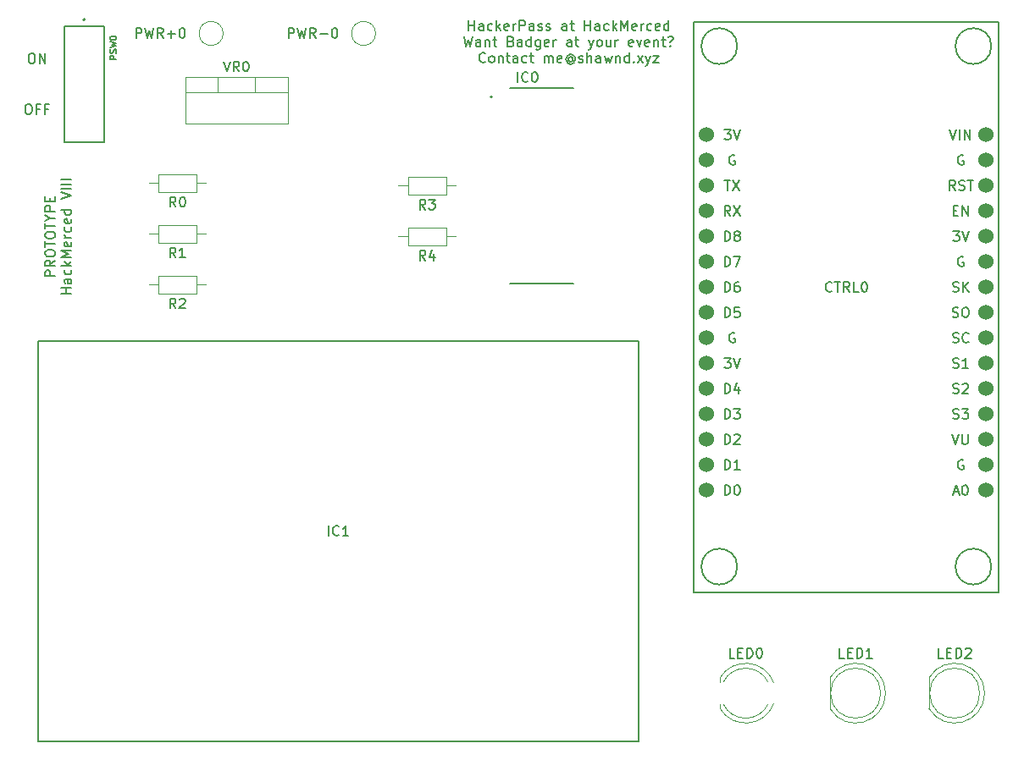
<source format=gbr>
%TF.GenerationSoftware,KiCad,Pcbnew,(6.0.11)*%
%TF.CreationDate,2023-02-17T23:10:17-08:00*%
%TF.ProjectId,badger,62616467-6572-42e6-9b69-6361645f7063,Original*%
%TF.SameCoordinates,Original*%
%TF.FileFunction,Legend,Top*%
%TF.FilePolarity,Positive*%
%FSLAX46Y46*%
G04 Gerber Fmt 4.6, Leading zero omitted, Abs format (unit mm)*
G04 Created by KiCad (PCBNEW (6.0.11)) date 2023-02-17 23:10:17*
%MOMM*%
%LPD*%
G01*
G04 APERTURE LIST*
%ADD10C,0.150000*%
%ADD11C,0.120000*%
%ADD12C,0.127000*%
%ADD13C,0.200000*%
%ADD14C,1.524000*%
G04 APERTURE END LIST*
D10*
X121348571Y-68032380D02*
X121539047Y-68032380D01*
X121634285Y-68080000D01*
X121729523Y-68175238D01*
X121777142Y-68365714D01*
X121777142Y-68699047D01*
X121729523Y-68889523D01*
X121634285Y-68984761D01*
X121539047Y-69032380D01*
X121348571Y-69032380D01*
X121253333Y-68984761D01*
X121158095Y-68889523D01*
X121110476Y-68699047D01*
X121110476Y-68365714D01*
X121158095Y-68175238D01*
X121253333Y-68080000D01*
X121348571Y-68032380D01*
X122539047Y-68508571D02*
X122205714Y-68508571D01*
X122205714Y-69032380D02*
X122205714Y-68032380D01*
X122681904Y-68032380D01*
X123396190Y-68508571D02*
X123062857Y-68508571D01*
X123062857Y-69032380D02*
X123062857Y-68032380D01*
X123539047Y-68032380D01*
X124107380Y-85232380D02*
X123107380Y-85232380D01*
X123107380Y-84851428D01*
X123155000Y-84756190D01*
X123202619Y-84708571D01*
X123297857Y-84660952D01*
X123440714Y-84660952D01*
X123535952Y-84708571D01*
X123583571Y-84756190D01*
X123631190Y-84851428D01*
X123631190Y-85232380D01*
X124107380Y-83660952D02*
X123631190Y-83994285D01*
X124107380Y-84232380D02*
X123107380Y-84232380D01*
X123107380Y-83851428D01*
X123155000Y-83756190D01*
X123202619Y-83708571D01*
X123297857Y-83660952D01*
X123440714Y-83660952D01*
X123535952Y-83708571D01*
X123583571Y-83756190D01*
X123631190Y-83851428D01*
X123631190Y-84232380D01*
X123107380Y-83041904D02*
X123107380Y-82851428D01*
X123155000Y-82756190D01*
X123250238Y-82660952D01*
X123440714Y-82613333D01*
X123774047Y-82613333D01*
X123964523Y-82660952D01*
X124059761Y-82756190D01*
X124107380Y-82851428D01*
X124107380Y-83041904D01*
X124059761Y-83137142D01*
X123964523Y-83232380D01*
X123774047Y-83280000D01*
X123440714Y-83280000D01*
X123250238Y-83232380D01*
X123155000Y-83137142D01*
X123107380Y-83041904D01*
X123107380Y-82327619D02*
X123107380Y-81756190D01*
X124107380Y-82041904D02*
X123107380Y-82041904D01*
X123107380Y-81232380D02*
X123107380Y-81041904D01*
X123155000Y-80946666D01*
X123250238Y-80851428D01*
X123440714Y-80803809D01*
X123774047Y-80803809D01*
X123964523Y-80851428D01*
X124059761Y-80946666D01*
X124107380Y-81041904D01*
X124107380Y-81232380D01*
X124059761Y-81327619D01*
X123964523Y-81422857D01*
X123774047Y-81470476D01*
X123440714Y-81470476D01*
X123250238Y-81422857D01*
X123155000Y-81327619D01*
X123107380Y-81232380D01*
X123107380Y-80518095D02*
X123107380Y-79946666D01*
X124107380Y-80232380D02*
X123107380Y-80232380D01*
X123631190Y-79422857D02*
X124107380Y-79422857D01*
X123107380Y-79756190D02*
X123631190Y-79422857D01*
X123107380Y-79089523D01*
X124107380Y-78756190D02*
X123107380Y-78756190D01*
X123107380Y-78375238D01*
X123155000Y-78280000D01*
X123202619Y-78232380D01*
X123297857Y-78184761D01*
X123440714Y-78184761D01*
X123535952Y-78232380D01*
X123583571Y-78280000D01*
X123631190Y-78375238D01*
X123631190Y-78756190D01*
X123583571Y-77756190D02*
X123583571Y-77422857D01*
X124107380Y-77280000D02*
X124107380Y-77756190D01*
X123107380Y-77756190D01*
X123107380Y-77280000D01*
X125717380Y-86994285D02*
X124717380Y-86994285D01*
X125193571Y-86994285D02*
X125193571Y-86422857D01*
X125717380Y-86422857D02*
X124717380Y-86422857D01*
X125717380Y-85518095D02*
X125193571Y-85518095D01*
X125098333Y-85565714D01*
X125050714Y-85660952D01*
X125050714Y-85851428D01*
X125098333Y-85946666D01*
X125669761Y-85518095D02*
X125717380Y-85613333D01*
X125717380Y-85851428D01*
X125669761Y-85946666D01*
X125574523Y-85994285D01*
X125479285Y-85994285D01*
X125384047Y-85946666D01*
X125336428Y-85851428D01*
X125336428Y-85613333D01*
X125288809Y-85518095D01*
X125669761Y-84613333D02*
X125717380Y-84708571D01*
X125717380Y-84899047D01*
X125669761Y-84994285D01*
X125622142Y-85041904D01*
X125526904Y-85089523D01*
X125241190Y-85089523D01*
X125145952Y-85041904D01*
X125098333Y-84994285D01*
X125050714Y-84899047D01*
X125050714Y-84708571D01*
X125098333Y-84613333D01*
X125717380Y-84184761D02*
X124717380Y-84184761D01*
X125336428Y-84089523D02*
X125717380Y-83803809D01*
X125050714Y-83803809D02*
X125431666Y-84184761D01*
X125717380Y-83375238D02*
X124717380Y-83375238D01*
X125431666Y-83041904D01*
X124717380Y-82708571D01*
X125717380Y-82708571D01*
X125669761Y-81851428D02*
X125717380Y-81946666D01*
X125717380Y-82137142D01*
X125669761Y-82232380D01*
X125574523Y-82280000D01*
X125193571Y-82280000D01*
X125098333Y-82232380D01*
X125050714Y-82137142D01*
X125050714Y-81946666D01*
X125098333Y-81851428D01*
X125193571Y-81803809D01*
X125288809Y-81803809D01*
X125384047Y-82280000D01*
X125717380Y-81375238D02*
X125050714Y-81375238D01*
X125241190Y-81375238D02*
X125145952Y-81327619D01*
X125098333Y-81280000D01*
X125050714Y-81184761D01*
X125050714Y-81089523D01*
X125669761Y-80327619D02*
X125717380Y-80422857D01*
X125717380Y-80613333D01*
X125669761Y-80708571D01*
X125622142Y-80756190D01*
X125526904Y-80803809D01*
X125241190Y-80803809D01*
X125145952Y-80756190D01*
X125098333Y-80708571D01*
X125050714Y-80613333D01*
X125050714Y-80422857D01*
X125098333Y-80327619D01*
X125669761Y-79518095D02*
X125717380Y-79613333D01*
X125717380Y-79803809D01*
X125669761Y-79899047D01*
X125574523Y-79946666D01*
X125193571Y-79946666D01*
X125098333Y-79899047D01*
X125050714Y-79803809D01*
X125050714Y-79613333D01*
X125098333Y-79518095D01*
X125193571Y-79470476D01*
X125288809Y-79470476D01*
X125384047Y-79946666D01*
X125717380Y-78613333D02*
X124717380Y-78613333D01*
X125669761Y-78613333D02*
X125717380Y-78708571D01*
X125717380Y-78899047D01*
X125669761Y-78994285D01*
X125622142Y-79041904D01*
X125526904Y-79089523D01*
X125241190Y-79089523D01*
X125145952Y-79041904D01*
X125098333Y-78994285D01*
X125050714Y-78899047D01*
X125050714Y-78708571D01*
X125098333Y-78613333D01*
X124717380Y-77518095D02*
X125717380Y-77184761D01*
X124717380Y-76851428D01*
X125717380Y-76518095D02*
X124717380Y-76518095D01*
X125717380Y-76041904D02*
X124717380Y-76041904D01*
X125717380Y-75565714D02*
X124717380Y-75565714D01*
X165437684Y-60659485D02*
X165437684Y-59659485D01*
X165437684Y-60135676D02*
X166009112Y-60135676D01*
X166009112Y-60659485D02*
X166009112Y-59659485D01*
X166913874Y-60659485D02*
X166913874Y-60135676D01*
X166866255Y-60040438D01*
X166771017Y-59992819D01*
X166580541Y-59992819D01*
X166485303Y-60040438D01*
X166913874Y-60611866D02*
X166818636Y-60659485D01*
X166580541Y-60659485D01*
X166485303Y-60611866D01*
X166437684Y-60516628D01*
X166437684Y-60421390D01*
X166485303Y-60326152D01*
X166580541Y-60278533D01*
X166818636Y-60278533D01*
X166913874Y-60230914D01*
X167818636Y-60611866D02*
X167723398Y-60659485D01*
X167532922Y-60659485D01*
X167437684Y-60611866D01*
X167390064Y-60564247D01*
X167342445Y-60469009D01*
X167342445Y-60183295D01*
X167390064Y-60088057D01*
X167437684Y-60040438D01*
X167532922Y-59992819D01*
X167723398Y-59992819D01*
X167818636Y-60040438D01*
X168247207Y-60659485D02*
X168247207Y-59659485D01*
X168342445Y-60278533D02*
X168628160Y-60659485D01*
X168628160Y-59992819D02*
X168247207Y-60373771D01*
X169437684Y-60611866D02*
X169342445Y-60659485D01*
X169151969Y-60659485D01*
X169056731Y-60611866D01*
X169009112Y-60516628D01*
X169009112Y-60135676D01*
X169056731Y-60040438D01*
X169151969Y-59992819D01*
X169342445Y-59992819D01*
X169437684Y-60040438D01*
X169485303Y-60135676D01*
X169485303Y-60230914D01*
X169009112Y-60326152D01*
X169913874Y-60659485D02*
X169913874Y-59992819D01*
X169913874Y-60183295D02*
X169961493Y-60088057D01*
X170009112Y-60040438D01*
X170104350Y-59992819D01*
X170199588Y-59992819D01*
X170532922Y-60659485D02*
X170532922Y-59659485D01*
X170913874Y-59659485D01*
X171009112Y-59707105D01*
X171056731Y-59754724D01*
X171104350Y-59849962D01*
X171104350Y-59992819D01*
X171056731Y-60088057D01*
X171009112Y-60135676D01*
X170913874Y-60183295D01*
X170532922Y-60183295D01*
X171961493Y-60659485D02*
X171961493Y-60135676D01*
X171913874Y-60040438D01*
X171818636Y-59992819D01*
X171628160Y-59992819D01*
X171532922Y-60040438D01*
X171961493Y-60611866D02*
X171866255Y-60659485D01*
X171628160Y-60659485D01*
X171532922Y-60611866D01*
X171485303Y-60516628D01*
X171485303Y-60421390D01*
X171532922Y-60326152D01*
X171628160Y-60278533D01*
X171866255Y-60278533D01*
X171961493Y-60230914D01*
X172390064Y-60611866D02*
X172485303Y-60659485D01*
X172675779Y-60659485D01*
X172771017Y-60611866D01*
X172818636Y-60516628D01*
X172818636Y-60469009D01*
X172771017Y-60373771D01*
X172675779Y-60326152D01*
X172532922Y-60326152D01*
X172437684Y-60278533D01*
X172390064Y-60183295D01*
X172390064Y-60135676D01*
X172437684Y-60040438D01*
X172532922Y-59992819D01*
X172675779Y-59992819D01*
X172771017Y-60040438D01*
X173199588Y-60611866D02*
X173294826Y-60659485D01*
X173485303Y-60659485D01*
X173580541Y-60611866D01*
X173628160Y-60516628D01*
X173628160Y-60469009D01*
X173580541Y-60373771D01*
X173485303Y-60326152D01*
X173342445Y-60326152D01*
X173247207Y-60278533D01*
X173199588Y-60183295D01*
X173199588Y-60135676D01*
X173247207Y-60040438D01*
X173342445Y-59992819D01*
X173485303Y-59992819D01*
X173580541Y-60040438D01*
X175247207Y-60659485D02*
X175247207Y-60135676D01*
X175199588Y-60040438D01*
X175104350Y-59992819D01*
X174913874Y-59992819D01*
X174818636Y-60040438D01*
X175247207Y-60611866D02*
X175151969Y-60659485D01*
X174913874Y-60659485D01*
X174818636Y-60611866D01*
X174771017Y-60516628D01*
X174771017Y-60421390D01*
X174818636Y-60326152D01*
X174913874Y-60278533D01*
X175151969Y-60278533D01*
X175247207Y-60230914D01*
X175580541Y-59992819D02*
X175961493Y-59992819D01*
X175723398Y-59659485D02*
X175723398Y-60516628D01*
X175771017Y-60611866D01*
X175866255Y-60659485D01*
X175961493Y-60659485D01*
X177056731Y-60659485D02*
X177056731Y-59659485D01*
X177056731Y-60135676D02*
X177628160Y-60135676D01*
X177628160Y-60659485D02*
X177628160Y-59659485D01*
X178532922Y-60659485D02*
X178532922Y-60135676D01*
X178485303Y-60040438D01*
X178390064Y-59992819D01*
X178199588Y-59992819D01*
X178104350Y-60040438D01*
X178532922Y-60611866D02*
X178437684Y-60659485D01*
X178199588Y-60659485D01*
X178104350Y-60611866D01*
X178056731Y-60516628D01*
X178056731Y-60421390D01*
X178104350Y-60326152D01*
X178199588Y-60278533D01*
X178437684Y-60278533D01*
X178532922Y-60230914D01*
X179437684Y-60611866D02*
X179342445Y-60659485D01*
X179151969Y-60659485D01*
X179056731Y-60611866D01*
X179009112Y-60564247D01*
X178961493Y-60469009D01*
X178961493Y-60183295D01*
X179009112Y-60088057D01*
X179056731Y-60040438D01*
X179151969Y-59992819D01*
X179342445Y-59992819D01*
X179437684Y-60040438D01*
X179866255Y-60659485D02*
X179866255Y-59659485D01*
X179961493Y-60278533D02*
X180247207Y-60659485D01*
X180247207Y-59992819D02*
X179866255Y-60373771D01*
X180675779Y-60659485D02*
X180675779Y-59659485D01*
X181009112Y-60373771D01*
X181342445Y-59659485D01*
X181342445Y-60659485D01*
X182199588Y-60611866D02*
X182104350Y-60659485D01*
X181913874Y-60659485D01*
X181818636Y-60611866D01*
X181771017Y-60516628D01*
X181771017Y-60135676D01*
X181818636Y-60040438D01*
X181913874Y-59992819D01*
X182104350Y-59992819D01*
X182199588Y-60040438D01*
X182247207Y-60135676D01*
X182247207Y-60230914D01*
X181771017Y-60326152D01*
X182675779Y-60659485D02*
X182675779Y-59992819D01*
X182675779Y-60183295D02*
X182723398Y-60088057D01*
X182771017Y-60040438D01*
X182866255Y-59992819D01*
X182961493Y-59992819D01*
X183723398Y-60611866D02*
X183628160Y-60659485D01*
X183437684Y-60659485D01*
X183342445Y-60611866D01*
X183294826Y-60564247D01*
X183247207Y-60469009D01*
X183247207Y-60183295D01*
X183294826Y-60088057D01*
X183342445Y-60040438D01*
X183437684Y-59992819D01*
X183628160Y-59992819D01*
X183723398Y-60040438D01*
X184532922Y-60611866D02*
X184437684Y-60659485D01*
X184247207Y-60659485D01*
X184151969Y-60611866D01*
X184104350Y-60516628D01*
X184104350Y-60135676D01*
X184151969Y-60040438D01*
X184247207Y-59992819D01*
X184437684Y-59992819D01*
X184532922Y-60040438D01*
X184580541Y-60135676D01*
X184580541Y-60230914D01*
X184104350Y-60326152D01*
X185437684Y-60659485D02*
X185437684Y-59659485D01*
X185437684Y-60611866D02*
X185342445Y-60659485D01*
X185151969Y-60659485D01*
X185056731Y-60611866D01*
X185009112Y-60564247D01*
X184961493Y-60469009D01*
X184961493Y-60183295D01*
X185009112Y-60088057D01*
X185056731Y-60040438D01*
X185151969Y-59992819D01*
X185342445Y-59992819D01*
X185437684Y-60040438D01*
X164961493Y-61269485D02*
X165199588Y-62269485D01*
X165390064Y-61555200D01*
X165580541Y-62269485D01*
X165818636Y-61269485D01*
X166628160Y-62269485D02*
X166628160Y-61745676D01*
X166580541Y-61650438D01*
X166485303Y-61602819D01*
X166294826Y-61602819D01*
X166199588Y-61650438D01*
X166628160Y-62221866D02*
X166532922Y-62269485D01*
X166294826Y-62269485D01*
X166199588Y-62221866D01*
X166151969Y-62126628D01*
X166151969Y-62031390D01*
X166199588Y-61936152D01*
X166294826Y-61888533D01*
X166532922Y-61888533D01*
X166628160Y-61840914D01*
X167104350Y-61602819D02*
X167104350Y-62269485D01*
X167104350Y-61698057D02*
X167151969Y-61650438D01*
X167247207Y-61602819D01*
X167390064Y-61602819D01*
X167485303Y-61650438D01*
X167532922Y-61745676D01*
X167532922Y-62269485D01*
X167866255Y-61602819D02*
X168247207Y-61602819D01*
X168009112Y-61269485D02*
X168009112Y-62126628D01*
X168056731Y-62221866D01*
X168151969Y-62269485D01*
X168247207Y-62269485D01*
X169675779Y-61745676D02*
X169818636Y-61793295D01*
X169866255Y-61840914D01*
X169913874Y-61936152D01*
X169913874Y-62079009D01*
X169866255Y-62174247D01*
X169818636Y-62221866D01*
X169723398Y-62269485D01*
X169342445Y-62269485D01*
X169342445Y-61269485D01*
X169675779Y-61269485D01*
X169771017Y-61317105D01*
X169818636Y-61364724D01*
X169866255Y-61459962D01*
X169866255Y-61555200D01*
X169818636Y-61650438D01*
X169771017Y-61698057D01*
X169675779Y-61745676D01*
X169342445Y-61745676D01*
X170771017Y-62269485D02*
X170771017Y-61745676D01*
X170723398Y-61650438D01*
X170628160Y-61602819D01*
X170437684Y-61602819D01*
X170342445Y-61650438D01*
X170771017Y-62221866D02*
X170675779Y-62269485D01*
X170437684Y-62269485D01*
X170342445Y-62221866D01*
X170294826Y-62126628D01*
X170294826Y-62031390D01*
X170342445Y-61936152D01*
X170437684Y-61888533D01*
X170675779Y-61888533D01*
X170771017Y-61840914D01*
X171675779Y-62269485D02*
X171675779Y-61269485D01*
X171675779Y-62221866D02*
X171580541Y-62269485D01*
X171390064Y-62269485D01*
X171294826Y-62221866D01*
X171247207Y-62174247D01*
X171199588Y-62079009D01*
X171199588Y-61793295D01*
X171247207Y-61698057D01*
X171294826Y-61650438D01*
X171390064Y-61602819D01*
X171580541Y-61602819D01*
X171675779Y-61650438D01*
X172580541Y-61602819D02*
X172580541Y-62412343D01*
X172532922Y-62507581D01*
X172485303Y-62555200D01*
X172390064Y-62602819D01*
X172247207Y-62602819D01*
X172151969Y-62555200D01*
X172580541Y-62221866D02*
X172485303Y-62269485D01*
X172294826Y-62269485D01*
X172199588Y-62221866D01*
X172151969Y-62174247D01*
X172104350Y-62079009D01*
X172104350Y-61793295D01*
X172151969Y-61698057D01*
X172199588Y-61650438D01*
X172294826Y-61602819D01*
X172485303Y-61602819D01*
X172580541Y-61650438D01*
X173437684Y-62221866D02*
X173342445Y-62269485D01*
X173151969Y-62269485D01*
X173056731Y-62221866D01*
X173009112Y-62126628D01*
X173009112Y-61745676D01*
X173056731Y-61650438D01*
X173151969Y-61602819D01*
X173342445Y-61602819D01*
X173437684Y-61650438D01*
X173485303Y-61745676D01*
X173485303Y-61840914D01*
X173009112Y-61936152D01*
X173913874Y-62269485D02*
X173913874Y-61602819D01*
X173913874Y-61793295D02*
X173961493Y-61698057D01*
X174009112Y-61650438D01*
X174104350Y-61602819D01*
X174199588Y-61602819D01*
X175723398Y-62269485D02*
X175723398Y-61745676D01*
X175675779Y-61650438D01*
X175580541Y-61602819D01*
X175390064Y-61602819D01*
X175294826Y-61650438D01*
X175723398Y-62221866D02*
X175628160Y-62269485D01*
X175390064Y-62269485D01*
X175294826Y-62221866D01*
X175247207Y-62126628D01*
X175247207Y-62031390D01*
X175294826Y-61936152D01*
X175390064Y-61888533D01*
X175628160Y-61888533D01*
X175723398Y-61840914D01*
X176056731Y-61602819D02*
X176437684Y-61602819D01*
X176199588Y-61269485D02*
X176199588Y-62126628D01*
X176247207Y-62221866D01*
X176342445Y-62269485D01*
X176437684Y-62269485D01*
X177437684Y-61602819D02*
X177675779Y-62269485D01*
X177913874Y-61602819D02*
X177675779Y-62269485D01*
X177580541Y-62507581D01*
X177532922Y-62555200D01*
X177437684Y-62602819D01*
X178437684Y-62269485D02*
X178342445Y-62221866D01*
X178294826Y-62174247D01*
X178247207Y-62079009D01*
X178247207Y-61793295D01*
X178294826Y-61698057D01*
X178342445Y-61650438D01*
X178437684Y-61602819D01*
X178580541Y-61602819D01*
X178675779Y-61650438D01*
X178723398Y-61698057D01*
X178771017Y-61793295D01*
X178771017Y-62079009D01*
X178723398Y-62174247D01*
X178675779Y-62221866D01*
X178580541Y-62269485D01*
X178437684Y-62269485D01*
X179628160Y-61602819D02*
X179628160Y-62269485D01*
X179199588Y-61602819D02*
X179199588Y-62126628D01*
X179247207Y-62221866D01*
X179342445Y-62269485D01*
X179485303Y-62269485D01*
X179580541Y-62221866D01*
X179628160Y-62174247D01*
X180104350Y-62269485D02*
X180104350Y-61602819D01*
X180104350Y-61793295D02*
X180151969Y-61698057D01*
X180199588Y-61650438D01*
X180294826Y-61602819D01*
X180390064Y-61602819D01*
X181866255Y-62221866D02*
X181771017Y-62269485D01*
X181580541Y-62269485D01*
X181485303Y-62221866D01*
X181437684Y-62126628D01*
X181437684Y-61745676D01*
X181485303Y-61650438D01*
X181580541Y-61602819D01*
X181771017Y-61602819D01*
X181866255Y-61650438D01*
X181913874Y-61745676D01*
X181913874Y-61840914D01*
X181437684Y-61936152D01*
X182247207Y-61602819D02*
X182485303Y-62269485D01*
X182723398Y-61602819D01*
X183485303Y-62221866D02*
X183390064Y-62269485D01*
X183199588Y-62269485D01*
X183104350Y-62221866D01*
X183056731Y-62126628D01*
X183056731Y-61745676D01*
X183104350Y-61650438D01*
X183199588Y-61602819D01*
X183390064Y-61602819D01*
X183485303Y-61650438D01*
X183532922Y-61745676D01*
X183532922Y-61840914D01*
X183056731Y-61936152D01*
X183961493Y-61602819D02*
X183961493Y-62269485D01*
X183961493Y-61698057D02*
X184009112Y-61650438D01*
X184104350Y-61602819D01*
X184247207Y-61602819D01*
X184342445Y-61650438D01*
X184390064Y-61745676D01*
X184390064Y-62269485D01*
X184723398Y-61602819D02*
X185104350Y-61602819D01*
X184866255Y-61269485D02*
X184866255Y-62126628D01*
X184913874Y-62221866D01*
X185009112Y-62269485D01*
X185104350Y-62269485D01*
X185580541Y-62174247D02*
X185628160Y-62221866D01*
X185580541Y-62269485D01*
X185532922Y-62221866D01*
X185580541Y-62174247D01*
X185580541Y-62269485D01*
X185390064Y-61317105D02*
X185485303Y-61269485D01*
X185723398Y-61269485D01*
X185818636Y-61317105D01*
X185866255Y-61412343D01*
X185866255Y-61507581D01*
X185818636Y-61602819D01*
X185771017Y-61650438D01*
X185675779Y-61698057D01*
X185628160Y-61745676D01*
X185580541Y-61840914D01*
X185580541Y-61888533D01*
X167104350Y-63784247D02*
X167056731Y-63831866D01*
X166913874Y-63879485D01*
X166818636Y-63879485D01*
X166675779Y-63831866D01*
X166580541Y-63736628D01*
X166532922Y-63641390D01*
X166485303Y-63450914D01*
X166485303Y-63308057D01*
X166532922Y-63117581D01*
X166580541Y-63022343D01*
X166675779Y-62927105D01*
X166818636Y-62879485D01*
X166913874Y-62879485D01*
X167056731Y-62927105D01*
X167104350Y-62974724D01*
X167675779Y-63879485D02*
X167580541Y-63831866D01*
X167532922Y-63784247D01*
X167485303Y-63689009D01*
X167485303Y-63403295D01*
X167532922Y-63308057D01*
X167580541Y-63260438D01*
X167675779Y-63212819D01*
X167818636Y-63212819D01*
X167913874Y-63260438D01*
X167961493Y-63308057D01*
X168009112Y-63403295D01*
X168009112Y-63689009D01*
X167961493Y-63784247D01*
X167913874Y-63831866D01*
X167818636Y-63879485D01*
X167675779Y-63879485D01*
X168437684Y-63212819D02*
X168437684Y-63879485D01*
X168437684Y-63308057D02*
X168485303Y-63260438D01*
X168580541Y-63212819D01*
X168723398Y-63212819D01*
X168818636Y-63260438D01*
X168866255Y-63355676D01*
X168866255Y-63879485D01*
X169199588Y-63212819D02*
X169580541Y-63212819D01*
X169342445Y-62879485D02*
X169342445Y-63736628D01*
X169390064Y-63831866D01*
X169485303Y-63879485D01*
X169580541Y-63879485D01*
X170342445Y-63879485D02*
X170342445Y-63355676D01*
X170294826Y-63260438D01*
X170199588Y-63212819D01*
X170009112Y-63212819D01*
X169913874Y-63260438D01*
X170342445Y-63831866D02*
X170247207Y-63879485D01*
X170009112Y-63879485D01*
X169913874Y-63831866D01*
X169866255Y-63736628D01*
X169866255Y-63641390D01*
X169913874Y-63546152D01*
X170009112Y-63498533D01*
X170247207Y-63498533D01*
X170342445Y-63450914D01*
X171247207Y-63831866D02*
X171151969Y-63879485D01*
X170961493Y-63879485D01*
X170866255Y-63831866D01*
X170818636Y-63784247D01*
X170771017Y-63689009D01*
X170771017Y-63403295D01*
X170818636Y-63308057D01*
X170866255Y-63260438D01*
X170961493Y-63212819D01*
X171151969Y-63212819D01*
X171247207Y-63260438D01*
X171532922Y-63212819D02*
X171913874Y-63212819D01*
X171675779Y-62879485D02*
X171675779Y-63736628D01*
X171723398Y-63831866D01*
X171818636Y-63879485D01*
X171913874Y-63879485D01*
X173009112Y-63879485D02*
X173009112Y-63212819D01*
X173009112Y-63308057D02*
X173056731Y-63260438D01*
X173151969Y-63212819D01*
X173294826Y-63212819D01*
X173390064Y-63260438D01*
X173437684Y-63355676D01*
X173437684Y-63879485D01*
X173437684Y-63355676D02*
X173485303Y-63260438D01*
X173580541Y-63212819D01*
X173723398Y-63212819D01*
X173818636Y-63260438D01*
X173866255Y-63355676D01*
X173866255Y-63879485D01*
X174723398Y-63831866D02*
X174628160Y-63879485D01*
X174437684Y-63879485D01*
X174342445Y-63831866D01*
X174294826Y-63736628D01*
X174294826Y-63355676D01*
X174342445Y-63260438D01*
X174437684Y-63212819D01*
X174628160Y-63212819D01*
X174723398Y-63260438D01*
X174771017Y-63355676D01*
X174771017Y-63450914D01*
X174294826Y-63546152D01*
X175818636Y-63403295D02*
X175771017Y-63355676D01*
X175675779Y-63308057D01*
X175580541Y-63308057D01*
X175485303Y-63355676D01*
X175437684Y-63403295D01*
X175390064Y-63498533D01*
X175390064Y-63593771D01*
X175437684Y-63689009D01*
X175485303Y-63736628D01*
X175580541Y-63784247D01*
X175675779Y-63784247D01*
X175771017Y-63736628D01*
X175818636Y-63689009D01*
X175818636Y-63308057D02*
X175818636Y-63689009D01*
X175866255Y-63736628D01*
X175913874Y-63736628D01*
X176009112Y-63689009D01*
X176056731Y-63593771D01*
X176056731Y-63355676D01*
X175961493Y-63212819D01*
X175818636Y-63117581D01*
X175628160Y-63069962D01*
X175437684Y-63117581D01*
X175294826Y-63212819D01*
X175199588Y-63355676D01*
X175151969Y-63546152D01*
X175199588Y-63736628D01*
X175294826Y-63879485D01*
X175437684Y-63974724D01*
X175628160Y-64022343D01*
X175818636Y-63974724D01*
X175961493Y-63879485D01*
X176437684Y-63831866D02*
X176532922Y-63879485D01*
X176723398Y-63879485D01*
X176818636Y-63831866D01*
X176866255Y-63736628D01*
X176866255Y-63689009D01*
X176818636Y-63593771D01*
X176723398Y-63546152D01*
X176580541Y-63546152D01*
X176485303Y-63498533D01*
X176437684Y-63403295D01*
X176437684Y-63355676D01*
X176485303Y-63260438D01*
X176580541Y-63212819D01*
X176723398Y-63212819D01*
X176818636Y-63260438D01*
X177294826Y-63879485D02*
X177294826Y-62879485D01*
X177723398Y-63879485D02*
X177723398Y-63355676D01*
X177675779Y-63260438D01*
X177580541Y-63212819D01*
X177437684Y-63212819D01*
X177342445Y-63260438D01*
X177294826Y-63308057D01*
X178628160Y-63879485D02*
X178628160Y-63355676D01*
X178580541Y-63260438D01*
X178485303Y-63212819D01*
X178294826Y-63212819D01*
X178199588Y-63260438D01*
X178628160Y-63831866D02*
X178532922Y-63879485D01*
X178294826Y-63879485D01*
X178199588Y-63831866D01*
X178151969Y-63736628D01*
X178151969Y-63641390D01*
X178199588Y-63546152D01*
X178294826Y-63498533D01*
X178532922Y-63498533D01*
X178628160Y-63450914D01*
X179009112Y-63212819D02*
X179199588Y-63879485D01*
X179390064Y-63403295D01*
X179580541Y-63879485D01*
X179771017Y-63212819D01*
X180151969Y-63212819D02*
X180151969Y-63879485D01*
X180151969Y-63308057D02*
X180199588Y-63260438D01*
X180294826Y-63212819D01*
X180437684Y-63212819D01*
X180532922Y-63260438D01*
X180580541Y-63355676D01*
X180580541Y-63879485D01*
X181485303Y-63879485D02*
X181485303Y-62879485D01*
X181485303Y-63831866D02*
X181390064Y-63879485D01*
X181199588Y-63879485D01*
X181104350Y-63831866D01*
X181056731Y-63784247D01*
X181009112Y-63689009D01*
X181009112Y-63403295D01*
X181056731Y-63308057D01*
X181104350Y-63260438D01*
X181199588Y-63212819D01*
X181390064Y-63212819D01*
X181485303Y-63260438D01*
X181961493Y-63784247D02*
X182009112Y-63831866D01*
X181961493Y-63879485D01*
X181913874Y-63831866D01*
X181961493Y-63784247D01*
X181961493Y-63879485D01*
X182342445Y-63879485D02*
X182866255Y-63212819D01*
X182342445Y-63212819D02*
X182866255Y-63879485D01*
X183151969Y-63212819D02*
X183390064Y-63879485D01*
X183628160Y-63212819D02*
X183390064Y-63879485D01*
X183294826Y-64117581D01*
X183247207Y-64165200D01*
X183151969Y-64212819D01*
X183913874Y-63212819D02*
X184437684Y-63212819D01*
X183913874Y-63879485D01*
X184437684Y-63879485D01*
X121681904Y-62952380D02*
X121872380Y-62952380D01*
X121967619Y-63000000D01*
X122062857Y-63095238D01*
X122110476Y-63285714D01*
X122110476Y-63619047D01*
X122062857Y-63809523D01*
X121967619Y-63904761D01*
X121872380Y-63952380D01*
X121681904Y-63952380D01*
X121586666Y-63904761D01*
X121491428Y-63809523D01*
X121443809Y-63619047D01*
X121443809Y-63285714D01*
X121491428Y-63095238D01*
X121586666Y-63000000D01*
X121681904Y-62952380D01*
X122539047Y-63952380D02*
X122539047Y-62952380D01*
X123110476Y-63952380D01*
X123110476Y-62952380D01*
%TO.C,PWR-0*%
X147431428Y-61414380D02*
X147431428Y-60414380D01*
X147812380Y-60414380D01*
X147907619Y-60462000D01*
X147955238Y-60509619D01*
X148002857Y-60604857D01*
X148002857Y-60747714D01*
X147955238Y-60842952D01*
X147907619Y-60890571D01*
X147812380Y-60938190D01*
X147431428Y-60938190D01*
X148336190Y-60414380D02*
X148574285Y-61414380D01*
X148764761Y-60700095D01*
X148955238Y-61414380D01*
X149193333Y-60414380D01*
X150145714Y-61414380D02*
X149812380Y-60938190D01*
X149574285Y-61414380D02*
X149574285Y-60414380D01*
X149955238Y-60414380D01*
X150050476Y-60462000D01*
X150098095Y-60509619D01*
X150145714Y-60604857D01*
X150145714Y-60747714D01*
X150098095Y-60842952D01*
X150050476Y-60890571D01*
X149955238Y-60938190D01*
X149574285Y-60938190D01*
X150574285Y-61033428D02*
X151336190Y-61033428D01*
X152002857Y-60414380D02*
X152098095Y-60414380D01*
X152193333Y-60462000D01*
X152240952Y-60509619D01*
X152288571Y-60604857D01*
X152336190Y-60795333D01*
X152336190Y-61033428D01*
X152288571Y-61223904D01*
X152240952Y-61319142D01*
X152193333Y-61366761D01*
X152098095Y-61414380D01*
X152002857Y-61414380D01*
X151907619Y-61366761D01*
X151860000Y-61319142D01*
X151812380Y-61223904D01*
X151764761Y-61033428D01*
X151764761Y-60795333D01*
X151812380Y-60604857D01*
X151860000Y-60509619D01*
X151907619Y-60462000D01*
X152002857Y-60414380D01*
%TO.C,R3*%
X161123333Y-78572380D02*
X160790000Y-78096190D01*
X160551904Y-78572380D02*
X160551904Y-77572380D01*
X160932857Y-77572380D01*
X161028095Y-77620000D01*
X161075714Y-77667619D01*
X161123333Y-77762857D01*
X161123333Y-77905714D01*
X161075714Y-78000952D01*
X161028095Y-78048571D01*
X160932857Y-78096190D01*
X160551904Y-78096190D01*
X161456666Y-77572380D02*
X162075714Y-77572380D01*
X161742380Y-77953333D01*
X161885238Y-77953333D01*
X161980476Y-78000952D01*
X162028095Y-78048571D01*
X162075714Y-78143809D01*
X162075714Y-78381904D01*
X162028095Y-78477142D01*
X161980476Y-78524761D01*
X161885238Y-78572380D01*
X161599523Y-78572380D01*
X161504285Y-78524761D01*
X161456666Y-78477142D01*
%TO.C,LED2*%
X212910952Y-123452380D02*
X212434761Y-123452380D01*
X212434761Y-122452380D01*
X213244285Y-122928571D02*
X213577619Y-122928571D01*
X213720476Y-123452380D02*
X213244285Y-123452380D01*
X213244285Y-122452380D01*
X213720476Y-122452380D01*
X214149047Y-123452380D02*
X214149047Y-122452380D01*
X214387142Y-122452380D01*
X214530000Y-122500000D01*
X214625238Y-122595238D01*
X214672857Y-122690476D01*
X214720476Y-122880952D01*
X214720476Y-123023809D01*
X214672857Y-123214285D01*
X214625238Y-123309523D01*
X214530000Y-123404761D01*
X214387142Y-123452380D01*
X214149047Y-123452380D01*
X215101428Y-122547619D02*
X215149047Y-122500000D01*
X215244285Y-122452380D01*
X215482380Y-122452380D01*
X215577619Y-122500000D01*
X215625238Y-122547619D01*
X215672857Y-122642857D01*
X215672857Y-122738095D01*
X215625238Y-122880952D01*
X215053809Y-123452380D01*
X215672857Y-123452380D01*
%TO.C,IC0*%
X170318809Y-65817380D02*
X170318809Y-64817380D01*
X171366428Y-65722142D02*
X171318809Y-65769761D01*
X171175952Y-65817380D01*
X171080714Y-65817380D01*
X170937857Y-65769761D01*
X170842619Y-65674523D01*
X170795000Y-65579285D01*
X170747380Y-65388809D01*
X170747380Y-65245952D01*
X170795000Y-65055476D01*
X170842619Y-64960238D01*
X170937857Y-64865000D01*
X171080714Y-64817380D01*
X171175952Y-64817380D01*
X171318809Y-64865000D01*
X171366428Y-64912619D01*
X171985476Y-64817380D02*
X172080714Y-64817380D01*
X172175952Y-64865000D01*
X172223571Y-64912619D01*
X172271190Y-65007857D01*
X172318809Y-65198333D01*
X172318809Y-65436428D01*
X172271190Y-65626904D01*
X172223571Y-65722142D01*
X172175952Y-65769761D01*
X172080714Y-65817380D01*
X171985476Y-65817380D01*
X171890238Y-65769761D01*
X171842619Y-65722142D01*
X171795000Y-65626904D01*
X171747380Y-65436428D01*
X171747380Y-65198333D01*
X171795000Y-65007857D01*
X171842619Y-64912619D01*
X171890238Y-64865000D01*
X171985476Y-64817380D01*
%TO.C,LED1*%
X203010952Y-123452380D02*
X202534761Y-123452380D01*
X202534761Y-122452380D01*
X203344285Y-122928571D02*
X203677619Y-122928571D01*
X203820476Y-123452380D02*
X203344285Y-123452380D01*
X203344285Y-122452380D01*
X203820476Y-122452380D01*
X204249047Y-123452380D02*
X204249047Y-122452380D01*
X204487142Y-122452380D01*
X204630000Y-122500000D01*
X204725238Y-122595238D01*
X204772857Y-122690476D01*
X204820476Y-122880952D01*
X204820476Y-123023809D01*
X204772857Y-123214285D01*
X204725238Y-123309523D01*
X204630000Y-123404761D01*
X204487142Y-123452380D01*
X204249047Y-123452380D01*
X205772857Y-123452380D02*
X205201428Y-123452380D01*
X205487142Y-123452380D02*
X205487142Y-122452380D01*
X205391904Y-122595238D01*
X205296666Y-122690476D01*
X205201428Y-122738095D01*
%TO.C,LED0*%
X192019452Y-123452380D02*
X191543261Y-123452380D01*
X191543261Y-122452380D01*
X192352785Y-122928571D02*
X192686119Y-122928571D01*
X192828976Y-123452380D02*
X192352785Y-123452380D01*
X192352785Y-122452380D01*
X192828976Y-122452380D01*
X193257547Y-123452380D02*
X193257547Y-122452380D01*
X193495642Y-122452380D01*
X193638500Y-122500000D01*
X193733738Y-122595238D01*
X193781357Y-122690476D01*
X193828976Y-122880952D01*
X193828976Y-123023809D01*
X193781357Y-123214285D01*
X193733738Y-123309523D01*
X193638500Y-123404761D01*
X193495642Y-123452380D01*
X193257547Y-123452380D01*
X194448023Y-122452380D02*
X194543261Y-122452380D01*
X194638500Y-122500000D01*
X194686119Y-122547619D01*
X194733738Y-122642857D01*
X194781357Y-122833333D01*
X194781357Y-123071428D01*
X194733738Y-123261904D01*
X194686119Y-123357142D01*
X194638500Y-123404761D01*
X194543261Y-123452380D01*
X194448023Y-123452380D01*
X194352785Y-123404761D01*
X194305166Y-123357142D01*
X194257547Y-123261904D01*
X194209928Y-123071428D01*
X194209928Y-122833333D01*
X194257547Y-122642857D01*
X194305166Y-122547619D01*
X194352785Y-122500000D01*
X194448023Y-122452380D01*
%TO.C,PSW0*%
X130235923Y-63539857D02*
X129595923Y-63539857D01*
X129595923Y-63296047D01*
X129626400Y-63235095D01*
X129656876Y-63204619D01*
X129717828Y-63174142D01*
X129809257Y-63174142D01*
X129870209Y-63204619D01*
X129900685Y-63235095D01*
X129931161Y-63296047D01*
X129931161Y-63539857D01*
X130205447Y-62930333D02*
X130235923Y-62838904D01*
X130235923Y-62686523D01*
X130205447Y-62625571D01*
X130174971Y-62595095D01*
X130114019Y-62564619D01*
X130053066Y-62564619D01*
X129992114Y-62595095D01*
X129961638Y-62625571D01*
X129931161Y-62686523D01*
X129900685Y-62808428D01*
X129870209Y-62869380D01*
X129839733Y-62899857D01*
X129778780Y-62930333D01*
X129717828Y-62930333D01*
X129656876Y-62899857D01*
X129626400Y-62869380D01*
X129595923Y-62808428D01*
X129595923Y-62656047D01*
X129626400Y-62564619D01*
X129595923Y-62351285D02*
X130235923Y-62198904D01*
X129778780Y-62077000D01*
X130235923Y-61955095D01*
X129595923Y-61802714D01*
X129595923Y-61437000D02*
X129595923Y-61376047D01*
X129626400Y-61315095D01*
X129656876Y-61284619D01*
X129717828Y-61254142D01*
X129839733Y-61223666D01*
X129992114Y-61223666D01*
X130114019Y-61254142D01*
X130174971Y-61284619D01*
X130205447Y-61315095D01*
X130235923Y-61376047D01*
X130235923Y-61437000D01*
X130205447Y-61497952D01*
X130174971Y-61528428D01*
X130114019Y-61558904D01*
X129992114Y-61589380D01*
X129839733Y-61589380D01*
X129717828Y-61558904D01*
X129656876Y-61528428D01*
X129626400Y-61497952D01*
X129595923Y-61437000D01*
%TO.C,VR0*%
X140930476Y-63762380D02*
X141263809Y-64762380D01*
X141597142Y-63762380D01*
X142501904Y-64762380D02*
X142168571Y-64286190D01*
X141930476Y-64762380D02*
X141930476Y-63762380D01*
X142311428Y-63762380D01*
X142406666Y-63810000D01*
X142454285Y-63857619D01*
X142501904Y-63952857D01*
X142501904Y-64095714D01*
X142454285Y-64190952D01*
X142406666Y-64238571D01*
X142311428Y-64286190D01*
X141930476Y-64286190D01*
X143120952Y-63762380D02*
X143216190Y-63762380D01*
X143311428Y-63810000D01*
X143359047Y-63857619D01*
X143406666Y-63952857D01*
X143454285Y-64143333D01*
X143454285Y-64381428D01*
X143406666Y-64571904D01*
X143359047Y-64667142D01*
X143311428Y-64714761D01*
X143216190Y-64762380D01*
X143120952Y-64762380D01*
X143025714Y-64714761D01*
X142978095Y-64667142D01*
X142930476Y-64571904D01*
X142882857Y-64381428D01*
X142882857Y-64143333D01*
X142930476Y-63952857D01*
X142978095Y-63857619D01*
X143025714Y-63810000D01*
X143120952Y-63762380D01*
%TO.C,R1*%
X136163333Y-83392380D02*
X135830000Y-82916190D01*
X135591904Y-83392380D02*
X135591904Y-82392380D01*
X135972857Y-82392380D01*
X136068095Y-82440000D01*
X136115714Y-82487619D01*
X136163333Y-82582857D01*
X136163333Y-82725714D01*
X136115714Y-82820952D01*
X136068095Y-82868571D01*
X135972857Y-82916190D01*
X135591904Y-82916190D01*
X137115714Y-83392380D02*
X136544285Y-83392380D01*
X136830000Y-83392380D02*
X136830000Y-82392380D01*
X136734761Y-82535238D01*
X136639523Y-82630476D01*
X136544285Y-82678095D01*
%TO.C,IC1*%
X151423809Y-111212380D02*
X151423809Y-110212380D01*
X152471428Y-111117142D02*
X152423809Y-111164761D01*
X152280952Y-111212380D01*
X152185714Y-111212380D01*
X152042857Y-111164761D01*
X151947619Y-111069523D01*
X151900000Y-110974285D01*
X151852380Y-110783809D01*
X151852380Y-110640952D01*
X151900000Y-110450476D01*
X151947619Y-110355238D01*
X152042857Y-110260000D01*
X152185714Y-110212380D01*
X152280952Y-110212380D01*
X152423809Y-110260000D01*
X152471428Y-110307619D01*
X153423809Y-111212380D02*
X152852380Y-111212380D01*
X153138095Y-111212380D02*
X153138095Y-110212380D01*
X153042857Y-110355238D01*
X152947619Y-110450476D01*
X152852380Y-110498095D01*
%TO.C,R4*%
X161123333Y-83652380D02*
X160790000Y-83176190D01*
X160551904Y-83652380D02*
X160551904Y-82652380D01*
X160932857Y-82652380D01*
X161028095Y-82700000D01*
X161075714Y-82747619D01*
X161123333Y-82842857D01*
X161123333Y-82985714D01*
X161075714Y-83080952D01*
X161028095Y-83128571D01*
X160932857Y-83176190D01*
X160551904Y-83176190D01*
X161980476Y-82985714D02*
X161980476Y-83652380D01*
X161742380Y-82604761D02*
X161504285Y-83319047D01*
X162123333Y-83319047D01*
%TO.C,CTRL0*%
X201747619Y-86717142D02*
X201700000Y-86764761D01*
X201557142Y-86812380D01*
X201461904Y-86812380D01*
X201319047Y-86764761D01*
X201223809Y-86669523D01*
X201176190Y-86574285D01*
X201128571Y-86383809D01*
X201128571Y-86240952D01*
X201176190Y-86050476D01*
X201223809Y-85955238D01*
X201319047Y-85860000D01*
X201461904Y-85812380D01*
X201557142Y-85812380D01*
X201700000Y-85860000D01*
X201747619Y-85907619D01*
X202033333Y-85812380D02*
X202604761Y-85812380D01*
X202319047Y-86812380D02*
X202319047Y-85812380D01*
X203509523Y-86812380D02*
X203176190Y-86336190D01*
X202938095Y-86812380D02*
X202938095Y-85812380D01*
X203319047Y-85812380D01*
X203414285Y-85860000D01*
X203461904Y-85907619D01*
X203509523Y-86002857D01*
X203509523Y-86145714D01*
X203461904Y-86240952D01*
X203414285Y-86288571D01*
X203319047Y-86336190D01*
X202938095Y-86336190D01*
X204414285Y-86812380D02*
X203938095Y-86812380D01*
X203938095Y-85812380D01*
X204938095Y-85812380D02*
X205033333Y-85812380D01*
X205128571Y-85860000D01*
X205176190Y-85907619D01*
X205223809Y-86002857D01*
X205271428Y-86193333D01*
X205271428Y-86431428D01*
X205223809Y-86621904D01*
X205176190Y-86717142D01*
X205128571Y-86764761D01*
X205033333Y-86812380D01*
X204938095Y-86812380D01*
X204842857Y-86764761D01*
X204795238Y-86717142D01*
X204747619Y-86621904D01*
X204700000Y-86431428D01*
X204700000Y-86193333D01*
X204747619Y-86002857D01*
X204795238Y-85907619D01*
X204842857Y-85860000D01*
X204938095Y-85812380D01*
X191008095Y-75652380D02*
X191579523Y-75652380D01*
X191293809Y-76652380D02*
X191293809Y-75652380D01*
X191817619Y-75652380D02*
X192484285Y-76652380D01*
X192484285Y-75652380D02*
X191817619Y-76652380D01*
X191031904Y-104592380D02*
X191031904Y-103592380D01*
X191270000Y-103592380D01*
X191412857Y-103640000D01*
X191508095Y-103735238D01*
X191555714Y-103830476D01*
X191603333Y-104020952D01*
X191603333Y-104163809D01*
X191555714Y-104354285D01*
X191508095Y-104449523D01*
X191412857Y-104544761D01*
X191270000Y-104592380D01*
X191031904Y-104592380D01*
X192555714Y-104592380D02*
X191984285Y-104592380D01*
X192270000Y-104592380D02*
X192270000Y-103592380D01*
X192174761Y-103735238D01*
X192079523Y-103830476D01*
X191984285Y-103878095D01*
X191031904Y-86812380D02*
X191031904Y-85812380D01*
X191270000Y-85812380D01*
X191412857Y-85860000D01*
X191508095Y-85955238D01*
X191555714Y-86050476D01*
X191603333Y-86240952D01*
X191603333Y-86383809D01*
X191555714Y-86574285D01*
X191508095Y-86669523D01*
X191412857Y-86764761D01*
X191270000Y-86812380D01*
X191031904Y-86812380D01*
X192460476Y-85812380D02*
X192270000Y-85812380D01*
X192174761Y-85860000D01*
X192127142Y-85907619D01*
X192031904Y-86050476D01*
X191984285Y-86240952D01*
X191984285Y-86621904D01*
X192031904Y-86717142D01*
X192079523Y-86764761D01*
X192174761Y-86812380D01*
X192365238Y-86812380D01*
X192460476Y-86764761D01*
X192508095Y-86717142D01*
X192555714Y-86621904D01*
X192555714Y-86383809D01*
X192508095Y-86288571D01*
X192460476Y-86240952D01*
X192365238Y-86193333D01*
X192174761Y-86193333D01*
X192079523Y-86240952D01*
X192031904Y-86288571D01*
X191984285Y-86383809D01*
X213891904Y-78668571D02*
X214225238Y-78668571D01*
X214368095Y-79192380D02*
X213891904Y-79192380D01*
X213891904Y-78192380D01*
X214368095Y-78192380D01*
X214796666Y-79192380D02*
X214796666Y-78192380D01*
X215368095Y-79192380D01*
X215368095Y-78192380D01*
X191603333Y-79192380D02*
X191270000Y-78716190D01*
X191031904Y-79192380D02*
X191031904Y-78192380D01*
X191412857Y-78192380D01*
X191508095Y-78240000D01*
X191555714Y-78287619D01*
X191603333Y-78382857D01*
X191603333Y-78525714D01*
X191555714Y-78620952D01*
X191508095Y-78668571D01*
X191412857Y-78716190D01*
X191031904Y-78716190D01*
X191936666Y-78192380D02*
X192603333Y-79192380D01*
X192603333Y-78192380D02*
X191936666Y-79192380D01*
X191031904Y-89352380D02*
X191031904Y-88352380D01*
X191270000Y-88352380D01*
X191412857Y-88400000D01*
X191508095Y-88495238D01*
X191555714Y-88590476D01*
X191603333Y-88780952D01*
X191603333Y-88923809D01*
X191555714Y-89114285D01*
X191508095Y-89209523D01*
X191412857Y-89304761D01*
X191270000Y-89352380D01*
X191031904Y-89352380D01*
X192508095Y-88352380D02*
X192031904Y-88352380D01*
X191984285Y-88828571D01*
X192031904Y-88780952D01*
X192127142Y-88733333D01*
X192365238Y-88733333D01*
X192460476Y-88780952D01*
X192508095Y-88828571D01*
X192555714Y-88923809D01*
X192555714Y-89161904D01*
X192508095Y-89257142D01*
X192460476Y-89304761D01*
X192365238Y-89352380D01*
X192127142Y-89352380D01*
X192031904Y-89304761D01*
X191984285Y-89257142D01*
X191031904Y-84272380D02*
X191031904Y-83272380D01*
X191270000Y-83272380D01*
X191412857Y-83320000D01*
X191508095Y-83415238D01*
X191555714Y-83510476D01*
X191603333Y-83700952D01*
X191603333Y-83843809D01*
X191555714Y-84034285D01*
X191508095Y-84129523D01*
X191412857Y-84224761D01*
X191270000Y-84272380D01*
X191031904Y-84272380D01*
X191936666Y-83272380D02*
X192603333Y-83272380D01*
X192174761Y-84272380D01*
X191031904Y-99512380D02*
X191031904Y-98512380D01*
X191270000Y-98512380D01*
X191412857Y-98560000D01*
X191508095Y-98655238D01*
X191555714Y-98750476D01*
X191603333Y-98940952D01*
X191603333Y-99083809D01*
X191555714Y-99274285D01*
X191508095Y-99369523D01*
X191412857Y-99464761D01*
X191270000Y-99512380D01*
X191031904Y-99512380D01*
X191936666Y-98512380D02*
X192555714Y-98512380D01*
X192222380Y-98893333D01*
X192365238Y-98893333D01*
X192460476Y-98940952D01*
X192508095Y-98988571D01*
X192555714Y-99083809D01*
X192555714Y-99321904D01*
X192508095Y-99417142D01*
X192460476Y-99464761D01*
X192365238Y-99512380D01*
X192079523Y-99512380D01*
X191984285Y-99464761D01*
X191936666Y-99417142D01*
X213868095Y-99464761D02*
X214010952Y-99512380D01*
X214249047Y-99512380D01*
X214344285Y-99464761D01*
X214391904Y-99417142D01*
X214439523Y-99321904D01*
X214439523Y-99226666D01*
X214391904Y-99131428D01*
X214344285Y-99083809D01*
X214249047Y-99036190D01*
X214058571Y-98988571D01*
X213963333Y-98940952D01*
X213915714Y-98893333D01*
X213868095Y-98798095D01*
X213868095Y-98702857D01*
X213915714Y-98607619D01*
X213963333Y-98560000D01*
X214058571Y-98512380D01*
X214296666Y-98512380D01*
X214439523Y-98560000D01*
X214772857Y-98512380D02*
X215391904Y-98512380D01*
X215058571Y-98893333D01*
X215201428Y-98893333D01*
X215296666Y-98940952D01*
X215344285Y-98988571D01*
X215391904Y-99083809D01*
X215391904Y-99321904D01*
X215344285Y-99417142D01*
X215296666Y-99464761D01*
X215201428Y-99512380D01*
X214915714Y-99512380D01*
X214820476Y-99464761D01*
X214772857Y-99417142D01*
X213868095Y-94384761D02*
X214010952Y-94432380D01*
X214249047Y-94432380D01*
X214344285Y-94384761D01*
X214391904Y-94337142D01*
X214439523Y-94241904D01*
X214439523Y-94146666D01*
X214391904Y-94051428D01*
X214344285Y-94003809D01*
X214249047Y-93956190D01*
X214058571Y-93908571D01*
X213963333Y-93860952D01*
X213915714Y-93813333D01*
X213868095Y-93718095D01*
X213868095Y-93622857D01*
X213915714Y-93527619D01*
X213963333Y-93480000D01*
X214058571Y-93432380D01*
X214296666Y-93432380D01*
X214439523Y-93480000D01*
X215391904Y-94432380D02*
X214820476Y-94432380D01*
X215106190Y-94432380D02*
X215106190Y-93432380D01*
X215010952Y-93575238D01*
X214915714Y-93670476D01*
X214820476Y-93718095D01*
X213844285Y-86764761D02*
X213987142Y-86812380D01*
X214225238Y-86812380D01*
X214320476Y-86764761D01*
X214368095Y-86717142D01*
X214415714Y-86621904D01*
X214415714Y-86526666D01*
X214368095Y-86431428D01*
X214320476Y-86383809D01*
X214225238Y-86336190D01*
X214034761Y-86288571D01*
X213939523Y-86240952D01*
X213891904Y-86193333D01*
X213844285Y-86098095D01*
X213844285Y-86002857D01*
X213891904Y-85907619D01*
X213939523Y-85860000D01*
X214034761Y-85812380D01*
X214272857Y-85812380D01*
X214415714Y-85860000D01*
X214844285Y-86812380D02*
X214844285Y-85812380D01*
X215415714Y-86812380D02*
X214987142Y-86240952D01*
X215415714Y-85812380D02*
X214844285Y-86383809D01*
X213915714Y-106846666D02*
X214391904Y-106846666D01*
X213820476Y-107132380D02*
X214153809Y-106132380D01*
X214487142Y-107132380D01*
X215010952Y-106132380D02*
X215106190Y-106132380D01*
X215201428Y-106180000D01*
X215249047Y-106227619D01*
X215296666Y-106322857D01*
X215344285Y-106513333D01*
X215344285Y-106751428D01*
X215296666Y-106941904D01*
X215249047Y-107037142D01*
X215201428Y-107084761D01*
X215106190Y-107132380D01*
X215010952Y-107132380D01*
X214915714Y-107084761D01*
X214868095Y-107037142D01*
X214820476Y-106941904D01*
X214772857Y-106751428D01*
X214772857Y-106513333D01*
X214820476Y-106322857D01*
X214868095Y-106227619D01*
X214915714Y-106180000D01*
X215010952Y-106132380D01*
X214082380Y-76652380D02*
X213749047Y-76176190D01*
X213510952Y-76652380D02*
X213510952Y-75652380D01*
X213891904Y-75652380D01*
X213987142Y-75700000D01*
X214034761Y-75747619D01*
X214082380Y-75842857D01*
X214082380Y-75985714D01*
X214034761Y-76080952D01*
X213987142Y-76128571D01*
X213891904Y-76176190D01*
X213510952Y-76176190D01*
X214463333Y-76604761D02*
X214606190Y-76652380D01*
X214844285Y-76652380D01*
X214939523Y-76604761D01*
X214987142Y-76557142D01*
X215034761Y-76461904D01*
X215034761Y-76366666D01*
X214987142Y-76271428D01*
X214939523Y-76223809D01*
X214844285Y-76176190D01*
X214653809Y-76128571D01*
X214558571Y-76080952D01*
X214510952Y-76033333D01*
X214463333Y-75938095D01*
X214463333Y-75842857D01*
X214510952Y-75747619D01*
X214558571Y-75700000D01*
X214653809Y-75652380D01*
X214891904Y-75652380D01*
X215034761Y-75700000D01*
X215320476Y-75652380D02*
X215891904Y-75652380D01*
X215606190Y-76652380D02*
X215606190Y-75652380D01*
X213868095Y-96924761D02*
X214010952Y-96972380D01*
X214249047Y-96972380D01*
X214344285Y-96924761D01*
X214391904Y-96877142D01*
X214439523Y-96781904D01*
X214439523Y-96686666D01*
X214391904Y-96591428D01*
X214344285Y-96543809D01*
X214249047Y-96496190D01*
X214058571Y-96448571D01*
X213963333Y-96400952D01*
X213915714Y-96353333D01*
X213868095Y-96258095D01*
X213868095Y-96162857D01*
X213915714Y-96067619D01*
X213963333Y-96020000D01*
X214058571Y-95972380D01*
X214296666Y-95972380D01*
X214439523Y-96020000D01*
X214820476Y-96067619D02*
X214868095Y-96020000D01*
X214963333Y-95972380D01*
X215201428Y-95972380D01*
X215296666Y-96020000D01*
X215344285Y-96067619D01*
X215391904Y-96162857D01*
X215391904Y-96258095D01*
X215344285Y-96400952D01*
X214772857Y-96972380D01*
X215391904Y-96972380D01*
X214891904Y-83320000D02*
X214796666Y-83272380D01*
X214653809Y-83272380D01*
X214510952Y-83320000D01*
X214415714Y-83415238D01*
X214368095Y-83510476D01*
X214320476Y-83700952D01*
X214320476Y-83843809D01*
X214368095Y-84034285D01*
X214415714Y-84129523D01*
X214510952Y-84224761D01*
X214653809Y-84272380D01*
X214749047Y-84272380D01*
X214891904Y-84224761D01*
X214939523Y-84177142D01*
X214939523Y-83843809D01*
X214749047Y-83843809D01*
X214891904Y-73160000D02*
X214796666Y-73112380D01*
X214653809Y-73112380D01*
X214510952Y-73160000D01*
X214415714Y-73255238D01*
X214368095Y-73350476D01*
X214320476Y-73540952D01*
X214320476Y-73683809D01*
X214368095Y-73874285D01*
X214415714Y-73969523D01*
X214510952Y-74064761D01*
X214653809Y-74112380D01*
X214749047Y-74112380D01*
X214891904Y-74064761D01*
X214939523Y-74017142D01*
X214939523Y-73683809D01*
X214749047Y-73683809D01*
X192031904Y-73160000D02*
X191936666Y-73112380D01*
X191793809Y-73112380D01*
X191650952Y-73160000D01*
X191555714Y-73255238D01*
X191508095Y-73350476D01*
X191460476Y-73540952D01*
X191460476Y-73683809D01*
X191508095Y-73874285D01*
X191555714Y-73969523D01*
X191650952Y-74064761D01*
X191793809Y-74112380D01*
X191889047Y-74112380D01*
X192031904Y-74064761D01*
X192079523Y-74017142D01*
X192079523Y-73683809D01*
X191889047Y-73683809D01*
X191031904Y-107132380D02*
X191031904Y-106132380D01*
X191270000Y-106132380D01*
X191412857Y-106180000D01*
X191508095Y-106275238D01*
X191555714Y-106370476D01*
X191603333Y-106560952D01*
X191603333Y-106703809D01*
X191555714Y-106894285D01*
X191508095Y-106989523D01*
X191412857Y-107084761D01*
X191270000Y-107132380D01*
X191031904Y-107132380D01*
X192222380Y-106132380D02*
X192317619Y-106132380D01*
X192412857Y-106180000D01*
X192460476Y-106227619D01*
X192508095Y-106322857D01*
X192555714Y-106513333D01*
X192555714Y-106751428D01*
X192508095Y-106941904D01*
X192460476Y-107037142D01*
X192412857Y-107084761D01*
X192317619Y-107132380D01*
X192222380Y-107132380D01*
X192127142Y-107084761D01*
X192079523Y-107037142D01*
X192031904Y-106941904D01*
X191984285Y-106751428D01*
X191984285Y-106513333D01*
X192031904Y-106322857D01*
X192079523Y-106227619D01*
X192127142Y-106180000D01*
X192222380Y-106132380D01*
X213868095Y-80732380D02*
X214487142Y-80732380D01*
X214153809Y-81113333D01*
X214296666Y-81113333D01*
X214391904Y-81160952D01*
X214439523Y-81208571D01*
X214487142Y-81303809D01*
X214487142Y-81541904D01*
X214439523Y-81637142D01*
X214391904Y-81684761D01*
X214296666Y-81732380D01*
X214010952Y-81732380D01*
X213915714Y-81684761D01*
X213868095Y-81637142D01*
X214772857Y-80732380D02*
X215106190Y-81732380D01*
X215439523Y-80732380D01*
X214891904Y-103640000D02*
X214796666Y-103592380D01*
X214653809Y-103592380D01*
X214510952Y-103640000D01*
X214415714Y-103735238D01*
X214368095Y-103830476D01*
X214320476Y-104020952D01*
X214320476Y-104163809D01*
X214368095Y-104354285D01*
X214415714Y-104449523D01*
X214510952Y-104544761D01*
X214653809Y-104592380D01*
X214749047Y-104592380D01*
X214891904Y-104544761D01*
X214939523Y-104497142D01*
X214939523Y-104163809D01*
X214749047Y-104163809D01*
X213534761Y-70572380D02*
X213868095Y-71572380D01*
X214201428Y-70572380D01*
X214534761Y-71572380D02*
X214534761Y-70572380D01*
X215010952Y-71572380D02*
X215010952Y-70572380D01*
X215582380Y-71572380D01*
X215582380Y-70572380D01*
X191031904Y-81732380D02*
X191031904Y-80732380D01*
X191270000Y-80732380D01*
X191412857Y-80780000D01*
X191508095Y-80875238D01*
X191555714Y-80970476D01*
X191603333Y-81160952D01*
X191603333Y-81303809D01*
X191555714Y-81494285D01*
X191508095Y-81589523D01*
X191412857Y-81684761D01*
X191270000Y-81732380D01*
X191031904Y-81732380D01*
X192174761Y-81160952D02*
X192079523Y-81113333D01*
X192031904Y-81065714D01*
X191984285Y-80970476D01*
X191984285Y-80922857D01*
X192031904Y-80827619D01*
X192079523Y-80780000D01*
X192174761Y-80732380D01*
X192365238Y-80732380D01*
X192460476Y-80780000D01*
X192508095Y-80827619D01*
X192555714Y-80922857D01*
X192555714Y-80970476D01*
X192508095Y-81065714D01*
X192460476Y-81113333D01*
X192365238Y-81160952D01*
X192174761Y-81160952D01*
X192079523Y-81208571D01*
X192031904Y-81256190D01*
X191984285Y-81351428D01*
X191984285Y-81541904D01*
X192031904Y-81637142D01*
X192079523Y-81684761D01*
X192174761Y-81732380D01*
X192365238Y-81732380D01*
X192460476Y-81684761D01*
X192508095Y-81637142D01*
X192555714Y-81541904D01*
X192555714Y-81351428D01*
X192508095Y-81256190D01*
X192460476Y-81208571D01*
X192365238Y-81160952D01*
X191031904Y-102052380D02*
X191031904Y-101052380D01*
X191270000Y-101052380D01*
X191412857Y-101100000D01*
X191508095Y-101195238D01*
X191555714Y-101290476D01*
X191603333Y-101480952D01*
X191603333Y-101623809D01*
X191555714Y-101814285D01*
X191508095Y-101909523D01*
X191412857Y-102004761D01*
X191270000Y-102052380D01*
X191031904Y-102052380D01*
X191984285Y-101147619D02*
X192031904Y-101100000D01*
X192127142Y-101052380D01*
X192365238Y-101052380D01*
X192460476Y-101100000D01*
X192508095Y-101147619D01*
X192555714Y-101242857D01*
X192555714Y-101338095D01*
X192508095Y-101480952D01*
X191936666Y-102052380D01*
X192555714Y-102052380D01*
X213772857Y-101052380D02*
X214106190Y-102052380D01*
X214439523Y-101052380D01*
X214772857Y-101052380D02*
X214772857Y-101861904D01*
X214820476Y-101957142D01*
X214868095Y-102004761D01*
X214963333Y-102052380D01*
X215153809Y-102052380D01*
X215249047Y-102004761D01*
X215296666Y-101957142D01*
X215344285Y-101861904D01*
X215344285Y-101052380D01*
X191008095Y-93432380D02*
X191627142Y-93432380D01*
X191293809Y-93813333D01*
X191436666Y-93813333D01*
X191531904Y-93860952D01*
X191579523Y-93908571D01*
X191627142Y-94003809D01*
X191627142Y-94241904D01*
X191579523Y-94337142D01*
X191531904Y-94384761D01*
X191436666Y-94432380D01*
X191150952Y-94432380D01*
X191055714Y-94384761D01*
X191008095Y-94337142D01*
X191912857Y-93432380D02*
X192246190Y-94432380D01*
X192579523Y-93432380D01*
X192031904Y-90940000D02*
X191936666Y-90892380D01*
X191793809Y-90892380D01*
X191650952Y-90940000D01*
X191555714Y-91035238D01*
X191508095Y-91130476D01*
X191460476Y-91320952D01*
X191460476Y-91463809D01*
X191508095Y-91654285D01*
X191555714Y-91749523D01*
X191650952Y-91844761D01*
X191793809Y-91892380D01*
X191889047Y-91892380D01*
X192031904Y-91844761D01*
X192079523Y-91797142D01*
X192079523Y-91463809D01*
X191889047Y-91463809D01*
X213844285Y-91844761D02*
X213987142Y-91892380D01*
X214225238Y-91892380D01*
X214320476Y-91844761D01*
X214368095Y-91797142D01*
X214415714Y-91701904D01*
X214415714Y-91606666D01*
X214368095Y-91511428D01*
X214320476Y-91463809D01*
X214225238Y-91416190D01*
X214034761Y-91368571D01*
X213939523Y-91320952D01*
X213891904Y-91273333D01*
X213844285Y-91178095D01*
X213844285Y-91082857D01*
X213891904Y-90987619D01*
X213939523Y-90940000D01*
X214034761Y-90892380D01*
X214272857Y-90892380D01*
X214415714Y-90940000D01*
X215415714Y-91797142D02*
X215368095Y-91844761D01*
X215225238Y-91892380D01*
X215130000Y-91892380D01*
X214987142Y-91844761D01*
X214891904Y-91749523D01*
X214844285Y-91654285D01*
X214796666Y-91463809D01*
X214796666Y-91320952D01*
X214844285Y-91130476D01*
X214891904Y-91035238D01*
X214987142Y-90940000D01*
X215130000Y-90892380D01*
X215225238Y-90892380D01*
X215368095Y-90940000D01*
X215415714Y-90987619D01*
X191008095Y-70572380D02*
X191627142Y-70572380D01*
X191293809Y-70953333D01*
X191436666Y-70953333D01*
X191531904Y-71000952D01*
X191579523Y-71048571D01*
X191627142Y-71143809D01*
X191627142Y-71381904D01*
X191579523Y-71477142D01*
X191531904Y-71524761D01*
X191436666Y-71572380D01*
X191150952Y-71572380D01*
X191055714Y-71524761D01*
X191008095Y-71477142D01*
X191912857Y-70572380D02*
X192246190Y-71572380D01*
X192579523Y-70572380D01*
X191031904Y-96972380D02*
X191031904Y-95972380D01*
X191270000Y-95972380D01*
X191412857Y-96020000D01*
X191508095Y-96115238D01*
X191555714Y-96210476D01*
X191603333Y-96400952D01*
X191603333Y-96543809D01*
X191555714Y-96734285D01*
X191508095Y-96829523D01*
X191412857Y-96924761D01*
X191270000Y-96972380D01*
X191031904Y-96972380D01*
X192460476Y-96305714D02*
X192460476Y-96972380D01*
X192222380Y-95924761D02*
X191984285Y-96639047D01*
X192603333Y-96639047D01*
X213820476Y-89304761D02*
X213963333Y-89352380D01*
X214201428Y-89352380D01*
X214296666Y-89304761D01*
X214344285Y-89257142D01*
X214391904Y-89161904D01*
X214391904Y-89066666D01*
X214344285Y-88971428D01*
X214296666Y-88923809D01*
X214201428Y-88876190D01*
X214010952Y-88828571D01*
X213915714Y-88780952D01*
X213868095Y-88733333D01*
X213820476Y-88638095D01*
X213820476Y-88542857D01*
X213868095Y-88447619D01*
X213915714Y-88400000D01*
X214010952Y-88352380D01*
X214249047Y-88352380D01*
X214391904Y-88400000D01*
X215010952Y-88352380D02*
X215201428Y-88352380D01*
X215296666Y-88400000D01*
X215391904Y-88495238D01*
X215439523Y-88685714D01*
X215439523Y-89019047D01*
X215391904Y-89209523D01*
X215296666Y-89304761D01*
X215201428Y-89352380D01*
X215010952Y-89352380D01*
X214915714Y-89304761D01*
X214820476Y-89209523D01*
X214772857Y-89019047D01*
X214772857Y-88685714D01*
X214820476Y-88495238D01*
X214915714Y-88400000D01*
X215010952Y-88352380D01*
%TO.C,R2*%
X136163333Y-88472380D02*
X135830000Y-87996190D01*
X135591904Y-88472380D02*
X135591904Y-87472380D01*
X135972857Y-87472380D01*
X136068095Y-87520000D01*
X136115714Y-87567619D01*
X136163333Y-87662857D01*
X136163333Y-87805714D01*
X136115714Y-87900952D01*
X136068095Y-87948571D01*
X135972857Y-87996190D01*
X135591904Y-87996190D01*
X136544285Y-87567619D02*
X136591904Y-87520000D01*
X136687142Y-87472380D01*
X136925238Y-87472380D01*
X137020476Y-87520000D01*
X137068095Y-87567619D01*
X137115714Y-87662857D01*
X137115714Y-87758095D01*
X137068095Y-87900952D01*
X136496666Y-88472380D01*
X137115714Y-88472380D01*
%TO.C,R0*%
X136163333Y-78312380D02*
X135830000Y-77836190D01*
X135591904Y-78312380D02*
X135591904Y-77312380D01*
X135972857Y-77312380D01*
X136068095Y-77360000D01*
X136115714Y-77407619D01*
X136163333Y-77502857D01*
X136163333Y-77645714D01*
X136115714Y-77740952D01*
X136068095Y-77788571D01*
X135972857Y-77836190D01*
X135591904Y-77836190D01*
X136782380Y-77312380D02*
X136877619Y-77312380D01*
X136972857Y-77360000D01*
X137020476Y-77407619D01*
X137068095Y-77502857D01*
X137115714Y-77693333D01*
X137115714Y-77931428D01*
X137068095Y-78121904D01*
X137020476Y-78217142D01*
X136972857Y-78264761D01*
X136877619Y-78312380D01*
X136782380Y-78312380D01*
X136687142Y-78264761D01*
X136639523Y-78217142D01*
X136591904Y-78121904D01*
X136544285Y-77931428D01*
X136544285Y-77693333D01*
X136591904Y-77502857D01*
X136639523Y-77407619D01*
X136687142Y-77360000D01*
X136782380Y-77312380D01*
%TO.C,PWR+0*%
X132191428Y-61414380D02*
X132191428Y-60414380D01*
X132572380Y-60414380D01*
X132667619Y-60462000D01*
X132715238Y-60509619D01*
X132762857Y-60604857D01*
X132762857Y-60747714D01*
X132715238Y-60842952D01*
X132667619Y-60890571D01*
X132572380Y-60938190D01*
X132191428Y-60938190D01*
X133096190Y-60414380D02*
X133334285Y-61414380D01*
X133524761Y-60700095D01*
X133715238Y-61414380D01*
X133953333Y-60414380D01*
X134905714Y-61414380D02*
X134572380Y-60938190D01*
X134334285Y-61414380D02*
X134334285Y-60414380D01*
X134715238Y-60414380D01*
X134810476Y-60462000D01*
X134858095Y-60509619D01*
X134905714Y-60604857D01*
X134905714Y-60747714D01*
X134858095Y-60842952D01*
X134810476Y-60890571D01*
X134715238Y-60938190D01*
X134334285Y-60938190D01*
X135334285Y-61033428D02*
X136096190Y-61033428D01*
X135715238Y-61414380D02*
X135715238Y-60652476D01*
X136762857Y-60414380D02*
X136858095Y-60414380D01*
X136953333Y-60462000D01*
X137000952Y-60509619D01*
X137048571Y-60604857D01*
X137096190Y-60795333D01*
X137096190Y-61033428D01*
X137048571Y-61223904D01*
X137000952Y-61319142D01*
X136953333Y-61366761D01*
X136858095Y-61414380D01*
X136762857Y-61414380D01*
X136667619Y-61366761D01*
X136620000Y-61319142D01*
X136572380Y-61223904D01*
X136524761Y-61033428D01*
X136524761Y-60795333D01*
X136572380Y-60604857D01*
X136620000Y-60509619D01*
X136667619Y-60462000D01*
X136762857Y-60414380D01*
D11*
%TO.C,PWR-0*%
X156140000Y-60960000D02*
G75*
G03*
X156140000Y-60960000I-1200000J0D01*
G01*
%TO.C,R3*%
X163210000Y-75280000D02*
X159370000Y-75280000D01*
X159370000Y-75280000D02*
X159370000Y-77120000D01*
X163210000Y-77120000D02*
X163210000Y-75280000D01*
X164160000Y-76200000D02*
X163210000Y-76200000D01*
X159370000Y-77120000D02*
X163210000Y-77120000D01*
X158420000Y-76200000D02*
X159370000Y-76200000D01*
%TO.C,LED2*%
X211470000Y-125415000D02*
X211470000Y-128505000D01*
X217020000Y-126960462D02*
G75*
G03*
X211470000Y-125415170I-2990000J462D01*
G01*
X211470000Y-128504830D02*
G75*
G03*
X217020000Y-126959538I2560000J1544830D01*
G01*
X216530000Y-126960000D02*
G75*
G03*
X216530000Y-126960000I-2500000J0D01*
G01*
D12*
%TO.C,IC0*%
X169545000Y-85975000D02*
X175895000Y-85975000D01*
X169545000Y-66425000D02*
X175895000Y-66425000D01*
D13*
X167785000Y-67310000D02*
G75*
G03*
X167785000Y-67310000I-100000J0D01*
G01*
D11*
%TO.C,LED1*%
X201570000Y-125415000D02*
X201570000Y-128505000D01*
X201570000Y-128504830D02*
G75*
G03*
X207120000Y-126959538I2560000J1544830D01*
G01*
X207120000Y-126960462D02*
G75*
G03*
X201570000Y-125415170I-2990000J462D01*
G01*
X206630000Y-126960000D02*
G75*
G03*
X206630000Y-126960000I-2500000J0D01*
G01*
%TO.C,LED0*%
X190578500Y-128040000D02*
X190578500Y-128505000D01*
X190578500Y-125415000D02*
X190578500Y-125880000D01*
X195392979Y-125879571D02*
G75*
G03*
X190883816Y-125880000I-2254479J-1080429D01*
G01*
X190578500Y-128504830D02*
G75*
G03*
X195926315Y-128040827I2560000J1544830D01*
G01*
X195926315Y-125879173D02*
G75*
G03*
X190578500Y-125415170I-2787815J-1080827D01*
G01*
X190883816Y-128040000D02*
G75*
G03*
X195392979Y-128040429I2254684J1080000D01*
G01*
D12*
%TO.C,PSW0*%
X125000000Y-71880000D02*
X129000000Y-71880000D01*
X125000000Y-60280000D02*
X125000000Y-71880000D01*
X129000000Y-60280000D02*
X125000000Y-60280000D01*
X129000000Y-71880000D02*
X129000000Y-60280000D01*
D13*
X127100000Y-59580000D02*
G75*
G03*
X127100000Y-59580000I-100000J0D01*
G01*
D11*
%TO.C,VR0*%
X137120000Y-69951000D02*
X147360000Y-69951000D01*
X144091000Y-65310000D02*
X144091000Y-66820000D01*
X140390000Y-65310000D02*
X140390000Y-66820000D01*
X137120000Y-66820000D02*
X147360000Y-66820000D01*
X137120000Y-65310000D02*
X147360000Y-65310000D01*
X137120000Y-65310000D02*
X137120000Y-69951000D01*
X147360000Y-65310000D02*
X147360000Y-69951000D01*
%TO.C,R1*%
X133460000Y-81020000D02*
X134410000Y-81020000D01*
X138250000Y-80100000D02*
X134410000Y-80100000D01*
X139200000Y-81020000D02*
X138250000Y-81020000D01*
X134410000Y-80100000D02*
X134410000Y-81940000D01*
X134410000Y-81940000D02*
X138250000Y-81940000D01*
X138250000Y-81940000D02*
X138250000Y-80100000D01*
D10*
%TO.C,IC1*%
X122400000Y-131760000D02*
X122400000Y-91760000D01*
X182400000Y-91760000D02*
X182400000Y-131760000D01*
X182400000Y-131760000D02*
X122400000Y-131760000D01*
X122400000Y-91760000D02*
X182400000Y-91760000D01*
D11*
%TO.C,R4*%
X159370000Y-82200000D02*
X163210000Y-82200000D01*
X159370000Y-80360000D02*
X159370000Y-82200000D01*
X163210000Y-82200000D02*
X163210000Y-80360000D01*
X158420000Y-81280000D02*
X159370000Y-81280000D01*
X164160000Y-81280000D02*
X163210000Y-81280000D01*
X163210000Y-80360000D02*
X159370000Y-80360000D01*
D10*
%TO.C,CTRL0*%
X217950000Y-116860000D02*
X218450000Y-116860000D01*
X218450000Y-116860000D02*
X218450000Y-59860000D01*
X218450000Y-59860000D02*
X187950000Y-59860000D01*
X187950000Y-59860000D02*
X187950000Y-116860000D01*
X187950000Y-116860000D02*
X217950000Y-116860000D01*
X217696051Y-114300000D02*
G75*
G03*
X217696051Y-114300000I-1796051J0D01*
G01*
X192296051Y-114300000D02*
G75*
G03*
X192296051Y-114300000I-1796051J0D01*
G01*
X192296051Y-62230000D02*
G75*
G03*
X192296051Y-62230000I-1796051J0D01*
G01*
X217696051Y-62230000D02*
G75*
G03*
X217696051Y-62230000I-1796051J0D01*
G01*
D11*
%TO.C,R2*%
X134410000Y-87020000D02*
X138250000Y-87020000D01*
X133460000Y-86100000D02*
X134410000Y-86100000D01*
X138250000Y-87020000D02*
X138250000Y-85180000D01*
X139200000Y-86100000D02*
X138250000Y-86100000D01*
X134410000Y-85180000D02*
X134410000Y-87020000D01*
X138250000Y-85180000D02*
X134410000Y-85180000D01*
%TO.C,R0*%
X138250000Y-75020000D02*
X134410000Y-75020000D01*
X139200000Y-75940000D02*
X138250000Y-75940000D01*
X133460000Y-75940000D02*
X134410000Y-75940000D01*
X134410000Y-75020000D02*
X134410000Y-76860000D01*
X134410000Y-76860000D02*
X138250000Y-76860000D01*
X138250000Y-76860000D02*
X138250000Y-75020000D01*
%TO.C,PWR+0*%
X140900000Y-60960000D02*
G75*
G03*
X140900000Y-60960000I-1200000J0D01*
G01*
%TD*%
D14*
%TO.C,CTRL0*%
X217170000Y-106680000D03*
X217170000Y-104140000D03*
X217170000Y-101600000D03*
X217170000Y-99060000D03*
X217170000Y-96520000D03*
X217170000Y-93980000D03*
X217170000Y-91440000D03*
X217170000Y-88900000D03*
X217170000Y-86360000D03*
X217170000Y-83820000D03*
X217170000Y-81280000D03*
X217170000Y-78740000D03*
X217170000Y-76200000D03*
X217170000Y-73660000D03*
X217170000Y-71120000D03*
X189230000Y-71120000D03*
X189230000Y-73660000D03*
X189230000Y-76200000D03*
X189230000Y-78740000D03*
X189230000Y-81280000D03*
X189230000Y-83820000D03*
X189230000Y-86360000D03*
X189230000Y-88900000D03*
X189230000Y-91440000D03*
X189230000Y-93980000D03*
X189230000Y-96520000D03*
X189230000Y-99060000D03*
X189230000Y-101600000D03*
X189230000Y-104140000D03*
X189230000Y-106680000D03*
%TD*%
M02*

</source>
